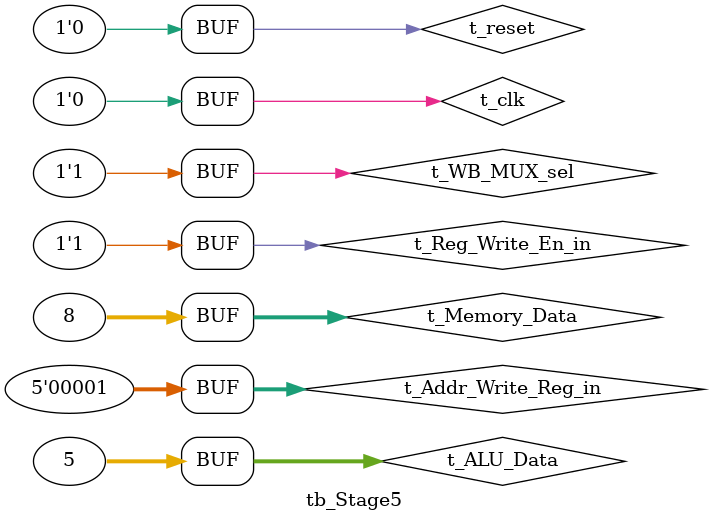
<source format=v>
`timescale 1ns/1ns
module tb_Stage5();
	reg t_reset;
	reg t_clk;
	reg t_Reg_Write_En_in;
	reg [4:0]t_Addr_Write_Reg_in;
	reg [31:0]t_ALU_Data;
	reg [31:0]t_Memory_Data;
	reg  t_WB_MUX_sel;
	
	wire      t_Reg_Write_En_out;
	wire [4:0]t_Addr_Write_Reg_out;
	wire [31:0]t_Reg_Write_Data_out;
	
	Stage5	DUT(
		.clk		(t_clk),
		.reset		(t_reset),
		.Reg_Write_En_in		(t_Reg_Write_En_in),
		.Addr_Write_Reg_in		(t_Addr_Write_Reg_in),
		.ALU_Data		(t_ALU_Data),
		.Memory_Data	(t_Memory_Data),
		.WB_MUX_sel		(t_WB_MUX_sel),
		.Reg_Write_En_out		(t_Reg_Write_En_out),
		.Addr_Write_Reg_out     (t_Addr_Write_Reg_out),
		.Reg_Write_Data_out       (t_Reg_Write_Data_out));
		
	initial
	begin
		t_clk=1'b0;
		t_reset=1'b0;
		t_Reg_Write_En_in=1'b0;
		t_Addr_Write_Reg_in=5'd0;
		t_ALU_Data=32'd0;
		t_Memory_Data=32'd0;
		t_WB_MUX_sel=1'b0;
		#20;
		t_Reg_Write_En_in=1'b1;
		t_Addr_Write_Reg_in=5'd1;
		t_ALU_Data=32'd5;
		t_Memory_Data=32'd8;
		t_WB_MUX_sel=1'b0;
		#20;
		t_WB_MUX_sel=1'b1;
		#20;
		end
		endmodule
		//run 60ns

</source>
